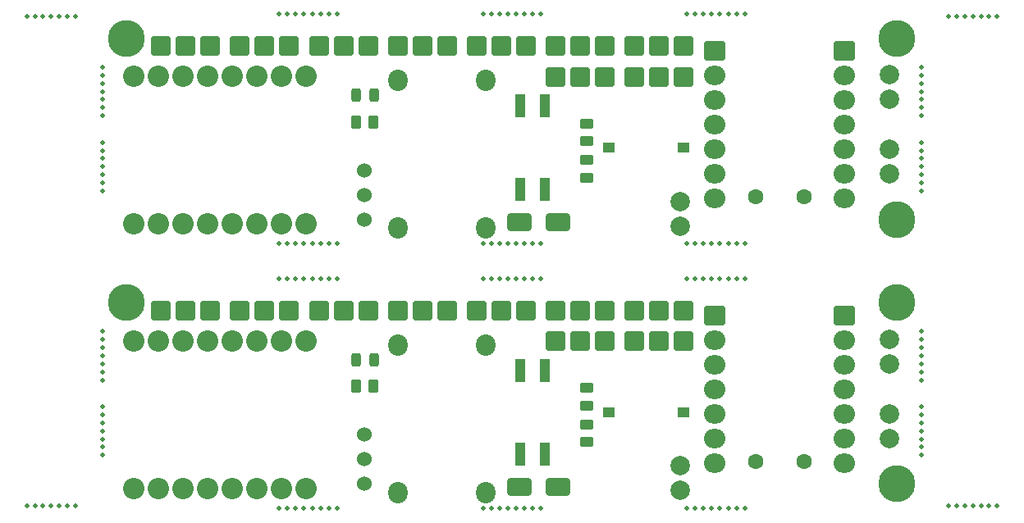
<source format=gbr>
%TF.GenerationSoftware,KiCad,Pcbnew,8.0.4*%
%TF.CreationDate,2024-09-16T11:13:23-03:00*%
%TF.ProjectId,Mini-C3-panelized,4d696e69-2d43-4332-9d70-616e656c697a,rev?*%
%TF.SameCoordinates,Original*%
%TF.FileFunction,Soldermask,Top*%
%TF.FilePolarity,Negative*%
%FSLAX46Y46*%
G04 Gerber Fmt 4.6, Leading zero omitted, Abs format (unit mm)*
G04 Created by KiCad (PCBNEW 8.0.4) date 2024-09-16 11:13:23*
%MOMM*%
%LPD*%
G01*
G04 APERTURE LIST*
G04 Aperture macros list*
%AMRoundRect*
0 Rectangle with rounded corners*
0 $1 Rounding radius*
0 $2 $3 $4 $5 $6 $7 $8 $9 X,Y pos of 4 corners*
0 Add a 4 corners polygon primitive as box body*
4,1,4,$2,$3,$4,$5,$6,$7,$8,$9,$2,$3,0*
0 Add four circle primitives for the rounded corners*
1,1,$1+$1,$2,$3*
1,1,$1+$1,$4,$5*
1,1,$1+$1,$6,$7*
1,1,$1+$1,$8,$9*
0 Add four rect primitives between the rounded corners*
20,1,$1+$1,$2,$3,$4,$5,0*
20,1,$1+$1,$4,$5,$6,$7,0*
20,1,$1+$1,$6,$7,$8,$9,0*
20,1,$1+$1,$8,$9,$2,$3,0*%
G04 Aperture macros list end*
%ADD10C,0.500000*%
%ADD11RoundRect,0.250000X0.750000X0.750000X-0.750000X0.750000X-0.750000X-0.750000X0.750000X-0.750000X0*%
%ADD12RoundRect,0.250000X0.450000X-0.262500X0.450000X0.262500X-0.450000X0.262500X-0.450000X-0.262500X0*%
%ADD13C,1.524000*%
%ADD14C,2.000000*%
%ADD15C,3.800000*%
%ADD16O,2.000000X2.200000*%
%ADD17RoundRect,0.250000X-0.450000X0.262500X-0.450000X-0.262500X0.450000X-0.262500X0.450000X0.262500X0*%
%ADD18RoundRect,0.250000X-1.000000X-0.650000X1.000000X-0.650000X1.000000X0.650000X-1.000000X0.650000X0*%
%ADD19RoundRect,0.250000X-0.850000X-0.750000X0.850000X-0.750000X0.850000X0.750000X-0.850000X0.750000X0*%
%ADD20O,2.200000X2.000000*%
%ADD21R,1.250000X1.000000*%
%ADD22R,1.120000X2.440000*%
%ADD23RoundRect,0.250000X-0.262500X-0.450000X0.262500X-0.450000X0.262500X0.450000X-0.262500X0.450000X0*%
%ADD24C,1.600000*%
%ADD25C,2.204000*%
%ADD26RoundRect,0.243750X-0.243750X-0.456250X0.243750X-0.456250X0.243750X0.456250X-0.243750X0.456250X0*%
G04 APERTURE END LIST*
D10*
%TO.C,KiKit_MB_12_2*%
X106237500Y-73500000D03*
%TD*%
%TO.C,KiKit_MB_4_3*%
X190762500Y-43700000D03*
%TD*%
%TO.C,KiKit_MB_22_4*%
X100937500Y-79600000D03*
%TD*%
%TO.C,KiKit_MB_24_7*%
X198562500Y-79600000D03*
%TD*%
%TO.C,KiKit_MB_24_4*%
X196062500Y-79600000D03*
%TD*%
%TO.C,KiKit_MB_16_2*%
X146357143Y-56100000D03*
%TD*%
%TO.C,KiKit_MB_10_1*%
X172531250Y-52500000D03*
%TD*%
D11*
%TO.C,J9*%
X117365835Y-32080000D03*
X114825835Y-32080000D03*
X112285835Y-32080000D03*
%TD*%
D10*
%TO.C,KiKit_MB_7_3*%
X168245535Y-28800000D03*
%TD*%
%TO.C,KiKit_MB_21_4*%
X100937500Y-29000000D03*
%TD*%
%TO.C,KiKit_MB_8_1*%
X130468750Y-52500000D03*
%TD*%
%TO.C,KiKit_MB_9_4*%
X148928571Y-52500000D03*
%TD*%
%TO.C,KiKit_MB_9_2*%
X150642857Y-52500000D03*
%TD*%
%TO.C,KiKit_MB_4_1*%
X190762500Y-42033333D03*
%TD*%
D11*
%TO.C,J3*%
X158082500Y-62567500D03*
X155542500Y-62567500D03*
X153002500Y-62567500D03*
%TD*%
D12*
%TO.C,R1*%
X156232500Y-41892500D03*
X156232500Y-40067500D03*
%TD*%
D13*
%TO.C,SW1*%
X133282500Y-77290000D03*
X133282500Y-74750000D03*
X133282500Y-72210000D03*
%TD*%
D14*
%TO.C,J1*%
X165857500Y-75410000D03*
X165857500Y-77950000D03*
%TD*%
D10*
%TO.C,KiKit_MB_9_7*%
X146357143Y-52500000D03*
%TD*%
%TO.C,KiKit_MB_7_4*%
X169102678Y-28800000D03*
%TD*%
%TO.C,KiKit_MB_17_6*%
X170816964Y-56100000D03*
%TD*%
%TO.C,KiKit_MB_3_2*%
X190762500Y-35100000D03*
%TD*%
%TO.C,KiKit_MB_16_8*%
X151500000Y-56100000D03*
%TD*%
%TO.C,KiKit_MB_2_5*%
X106237500Y-43700000D03*
%TD*%
%TO.C,KiKit_MB_9_8*%
X145500000Y-52500000D03*
%TD*%
%TO.C,KiKit_MB_10_2*%
X171674107Y-52500000D03*
%TD*%
%TO.C,KiKit_MB_17_3*%
X168245535Y-56100000D03*
%TD*%
%TO.C,KiKit_MB_17_1*%
X166531250Y-56100000D03*
%TD*%
%TO.C,KiKit_MB_14_3*%
X190762500Y-71000000D03*
%TD*%
D11*
%TO.C,J7*%
X133652501Y-59380000D03*
X131112501Y-59380000D03*
X128572501Y-59380000D03*
%TD*%
D10*
%TO.C,KiKit_MB_14_1*%
X190762500Y-69333333D03*
%TD*%
%TO.C,KiKit_MB_13_7*%
X190762500Y-66566666D03*
%TD*%
D15*
%TO.C,H3*%
X108732500Y-58580000D03*
%TD*%
D10*
%TO.C,KiKit_MB_6_7*%
X150642857Y-28800000D03*
%TD*%
%TO.C,KiKit_MB_24_2*%
X194395833Y-79600000D03*
%TD*%
%TO.C,KiKit_MB_22_3*%
X100104167Y-79600000D03*
%TD*%
%TO.C,KiKit_MB_15_4*%
X127040179Y-56100000D03*
%TD*%
%TO.C,KiKit_MB_24_3*%
X195229166Y-79600000D03*
%TD*%
%TO.C,KiKit_MB_1_7*%
X106237500Y-34266667D03*
%TD*%
D16*
%TO.C,U3*%
X136692500Y-50880000D03*
X145832500Y-50880000D03*
X145832500Y-35640000D03*
X136692500Y-35640000D03*
%TD*%
D10*
%TO.C,KiKit_MB_15_2*%
X125325893Y-56100000D03*
%TD*%
%TO.C,KiKit_MB_16_3*%
X147214286Y-56100000D03*
%TD*%
%TO.C,KiKit_MB_6_5*%
X148928571Y-28800000D03*
%TD*%
%TO.C,KiKit_MB_18_8*%
X124468750Y-79800000D03*
%TD*%
%TO.C,KiKit_MB_19_7*%
X146357143Y-79800000D03*
%TD*%
D15*
%TO.C,H1*%
X188232500Y-31280000D03*
%TD*%
D17*
%TO.C,R2*%
X156232500Y-71167500D03*
X156232500Y-72992500D03*
%TD*%
D18*
%TO.C,D1*%
X149232500Y-50280000D03*
X153232500Y-50280000D03*
%TD*%
D10*
%TO.C,KiKit_MB_6_2*%
X146357143Y-28800000D03*
%TD*%
D18*
%TO.C,D1*%
X149232500Y-77580000D03*
X153232500Y-77580000D03*
%TD*%
D10*
%TO.C,KiKit_MB_1_5*%
X106237500Y-35933334D03*
%TD*%
%TO.C,KiKit_MB_23_2*%
X194395833Y-29000000D03*
%TD*%
%TO.C,KiKit_MB_1_2*%
X106237500Y-38433334D03*
%TD*%
%TO.C,KiKit_MB_4_4*%
X190762500Y-44533333D03*
%TD*%
%TO.C,KiKit_MB_11_3*%
X106237500Y-64900000D03*
%TD*%
%TO.C,KiKit_MB_16_1*%
X145500000Y-56100000D03*
%TD*%
%TO.C,KiKit_MB_5_4*%
X127040179Y-28800000D03*
%TD*%
%TO.C,KiKit_MB_17_4*%
X169102678Y-56100000D03*
%TD*%
%TO.C,KiKit_MB_13_6*%
X190762500Y-65733333D03*
%TD*%
D11*
%TO.C,J11*%
X166225835Y-62567500D03*
X163685835Y-62567500D03*
X161145835Y-62567500D03*
%TD*%
D10*
%TO.C,KiKit_MB_1_4*%
X106237500Y-36766667D03*
%TD*%
%TO.C,KiKit_MB_17_5*%
X169959821Y-56100000D03*
%TD*%
%TO.C,KiKit_MB_11_7*%
X106237500Y-61566666D03*
%TD*%
D19*
%TO.C,U1*%
X169382500Y-59890000D03*
D20*
X169382500Y-75130000D03*
D19*
X182782500Y-59890000D03*
D20*
X169382500Y-62430000D03*
X169382500Y-64970000D03*
X169382500Y-67510000D03*
X169382500Y-70050000D03*
X169382500Y-72590000D03*
X182782500Y-62430000D03*
X182782500Y-64970000D03*
X182782500Y-67510000D03*
X182782500Y-75130000D03*
X182782500Y-70050000D03*
X182782500Y-72590000D03*
%TD*%
D21*
%TO.C,SW2*%
X166207500Y-69880000D03*
X158457500Y-69880000D03*
%TD*%
D10*
%TO.C,KiKit_MB_20_8*%
X166531250Y-79800000D03*
%TD*%
%TO.C,KiKit_MB_20_4*%
X169959821Y-79800000D03*
%TD*%
%TO.C,KiKit_MB_7_7*%
X171674107Y-28800000D03*
%TD*%
%TO.C,KiKit_MB_11_2*%
X106237500Y-65733333D03*
%TD*%
%TO.C,KiKit_MB_20_6*%
X168245535Y-79800000D03*
%TD*%
D11*
%TO.C,J7*%
X133652501Y-32080000D03*
X131112501Y-32080000D03*
X128572501Y-32080000D03*
%TD*%
D10*
%TO.C,KiKit_MB_9_1*%
X151500000Y-52500000D03*
%TD*%
D11*
%TO.C,J2*%
X158082500Y-59380000D03*
X155542500Y-59380000D03*
X153002500Y-59380000D03*
%TD*%
D10*
%TO.C,KiKit_MB_19_3*%
X149785714Y-79800000D03*
%TD*%
D14*
%TO.C,J4*%
X187482500Y-42765000D03*
X187482500Y-45305000D03*
%TD*%
D10*
%TO.C,KiKit_MB_9_6*%
X147214286Y-52500000D03*
%TD*%
%TO.C,KiKit_MB_12_6*%
X106237500Y-70166666D03*
%TD*%
D14*
%TO.C,J5*%
X187482500Y-35065000D03*
X187482500Y-37605000D03*
%TD*%
D11*
%TO.C,J6*%
X141795834Y-59380000D03*
X139255834Y-59380000D03*
X136715834Y-59380000D03*
%TD*%
D17*
%TO.C,R2*%
X156232500Y-43867500D03*
X156232500Y-45692500D03*
%TD*%
D10*
%TO.C,KiKit_MB_1_3*%
X106237500Y-37600000D03*
%TD*%
%TO.C,KiKit_MB_19_1*%
X151500000Y-79800000D03*
%TD*%
%TO.C,KiKit_MB_21_5*%
X101770834Y-29000000D03*
%TD*%
%TO.C,KiKit_MB_5_5*%
X127897322Y-28800000D03*
%TD*%
%TO.C,KiKit_MB_5_6*%
X128754465Y-28800000D03*
%TD*%
%TO.C,KiKit_MB_6_6*%
X149785714Y-28800000D03*
%TD*%
%TO.C,KiKit_MB_23_1*%
X193562500Y-29000000D03*
%TD*%
D22*
%TO.C,SW3*%
X151902500Y-65575000D03*
X149362500Y-65575000D03*
X149362500Y-74185000D03*
X151902500Y-74185000D03*
%TD*%
D10*
%TO.C,KiKit_MB_11_4*%
X106237500Y-64066666D03*
%TD*%
D11*
%TO.C,J12*%
X166225835Y-32080000D03*
X163685835Y-32080000D03*
X161145835Y-32080000D03*
%TD*%
D23*
%TO.C,R13*%
X132399380Y-67230000D03*
X134224380Y-67230000D03*
%TD*%
D10*
%TO.C,KiKit_MB_13_3*%
X190762500Y-63233333D03*
%TD*%
%TO.C,KiKit_MB_24_5*%
X196895833Y-79600000D03*
%TD*%
%TO.C,KiKit_MB_13_2*%
X190762500Y-62400000D03*
%TD*%
%TO.C,KiKit_MB_3_3*%
X190762500Y-35933334D03*
%TD*%
%TO.C,KiKit_MB_3_1*%
X190762500Y-34266667D03*
%TD*%
%TO.C,KiKit_MB_6_1*%
X145500000Y-28800000D03*
%TD*%
%TO.C,KiKit_MB_24_1*%
X193562500Y-79600000D03*
%TD*%
D16*
%TO.C,U3*%
X136692500Y-78180000D03*
X145832500Y-78180000D03*
X145832500Y-62940000D03*
X136692500Y-62940000D03*
%TD*%
D10*
%TO.C,KiKit_MB_4_6*%
X190762500Y-46200000D03*
%TD*%
%TO.C,KiKit_MB_2_1*%
X106237500Y-47033333D03*
%TD*%
%TO.C,KiKit_MB_22_7*%
X103437500Y-79600000D03*
%TD*%
%TO.C,KiKit_MB_3_6*%
X190762500Y-38433334D03*
%TD*%
D24*
%TO.C,C1*%
X178632500Y-74980000D03*
X173632500Y-74980000D03*
%TD*%
D25*
%TO.C,U2*%
X127242500Y-62530000D03*
X124702500Y-62530000D03*
X122162500Y-62530000D03*
X119622500Y-62530000D03*
X114542500Y-62530000D03*
X117082500Y-62530000D03*
X109462500Y-77770000D03*
X109462500Y-62530000D03*
X112002500Y-77770000D03*
X114542500Y-77770000D03*
X117082500Y-77770000D03*
X119622500Y-77770000D03*
X122162500Y-77770000D03*
X124702500Y-77770000D03*
X127242500Y-77770000D03*
X112002500Y-62530000D03*
%TD*%
D15*
%TO.C,H2*%
X188232500Y-77280000D03*
%TD*%
D10*
%TO.C,KiKit_MB_10_4*%
X169959821Y-52500000D03*
%TD*%
D24*
%TO.C,C1*%
X178632500Y-47680000D03*
X173632500Y-47680000D03*
%TD*%
D21*
%TO.C,SW2*%
X166207500Y-42580000D03*
X158457500Y-42580000D03*
%TD*%
D10*
%TO.C,KiKit_MB_18_3*%
X128754465Y-79800000D03*
%TD*%
%TO.C,KiKit_MB_9_3*%
X149785714Y-52500000D03*
%TD*%
%TO.C,KiKit_MB_1_6*%
X106237500Y-35100000D03*
%TD*%
%TO.C,KiKit_MB_18_7*%
X125325893Y-79800000D03*
%TD*%
D22*
%TO.C,SW3*%
X151902500Y-38275000D03*
X149362500Y-38275000D03*
X149362500Y-46885000D03*
X151902500Y-46885000D03*
%TD*%
D10*
%TO.C,KiKit_MB_22_6*%
X102604167Y-79600000D03*
%TD*%
%TO.C,KiKit_MB_10_6*%
X168245535Y-52500000D03*
%TD*%
%TO.C,KiKit_MB_10_3*%
X170816964Y-52500000D03*
%TD*%
%TO.C,KiKit_MB_18_1*%
X130468750Y-79800000D03*
%TD*%
%TO.C,KiKit_MB_15_1*%
X124468750Y-56100000D03*
%TD*%
%TO.C,KiKit_MB_19_2*%
X150642857Y-79800000D03*
%TD*%
%TO.C,KiKit_MB_8_8*%
X124468750Y-52500000D03*
%TD*%
%TO.C,KiKit_MB_11_6*%
X106237500Y-62400000D03*
%TD*%
%TO.C,KiKit_MB_9_5*%
X148071429Y-52500000D03*
%TD*%
%TO.C,KiKit_MB_14_5*%
X190762500Y-72666666D03*
%TD*%
D15*
%TO.C,H3*%
X108732500Y-31280000D03*
%TD*%
D10*
%TO.C,KiKit_MB_20_1*%
X172531250Y-79800000D03*
%TD*%
%TO.C,KiKit_MB_18_6*%
X126183036Y-79800000D03*
%TD*%
%TO.C,KiKit_MB_18_5*%
X127040179Y-79800000D03*
%TD*%
%TO.C,KiKit_MB_8_3*%
X128754465Y-52500000D03*
%TD*%
%TO.C,KiKit_MB_19_6*%
X147214286Y-79800000D03*
%TD*%
%TO.C,KiKit_MB_15_6*%
X128754465Y-56100000D03*
%TD*%
%TO.C,KiKit_MB_14_2*%
X190762500Y-70166666D03*
%TD*%
%TO.C,KiKit_MB_23_6*%
X197729166Y-29000000D03*
%TD*%
%TO.C,KiKit_MB_16_6*%
X149785714Y-56100000D03*
%TD*%
%TO.C,KiKit_MB_17_2*%
X167388392Y-56100000D03*
%TD*%
%TO.C,KiKit_MB_23_3*%
X195229166Y-29000000D03*
%TD*%
%TO.C,KiKit_MB_19_5*%
X148071429Y-79800000D03*
%TD*%
%TO.C,KiKit_MB_11_5*%
X106237500Y-63233333D03*
%TD*%
%TO.C,KiKit_MB_16_7*%
X150642857Y-56100000D03*
%TD*%
%TO.C,KiKit_MB_7_6*%
X170816964Y-28800000D03*
%TD*%
%TO.C,KiKit_MB_18_2*%
X129611608Y-79800000D03*
%TD*%
%TO.C,KiKit_MB_19_4*%
X148928571Y-79800000D03*
%TD*%
%TO.C,KiKit_MB_11_1*%
X106237500Y-66566666D03*
%TD*%
D13*
%TO.C,SW1*%
X133282500Y-49990000D03*
X133282500Y-47450000D03*
X133282500Y-44910000D03*
%TD*%
D10*
%TO.C,KiKit_MB_3_5*%
X190762500Y-37600001D03*
%TD*%
%TO.C,KiKit_MB_15_5*%
X127897322Y-56100000D03*
%TD*%
%TO.C,KiKit_MB_12_1*%
X106237500Y-74333333D03*
%TD*%
%TO.C,KiKit_MB_23_7*%
X198562500Y-29000000D03*
%TD*%
%TO.C,KiKit_MB_18_4*%
X127897322Y-79800000D03*
%TD*%
%TO.C,KiKit_MB_4_2*%
X190762500Y-42866666D03*
%TD*%
%TO.C,KiKit_MB_4_5*%
X190762500Y-45366666D03*
%TD*%
%TO.C,KiKit_MB_24_6*%
X197729166Y-79600000D03*
%TD*%
%TO.C,KiKit_MB_19_8*%
X145500000Y-79800000D03*
%TD*%
%TO.C,KiKit_MB_20_2*%
X171674107Y-79800000D03*
%TD*%
%TO.C,KiKit_MB_2_6*%
X106237500Y-42866666D03*
%TD*%
%TO.C,KiKit_MB_21_1*%
X98437500Y-29000000D03*
%TD*%
%TO.C,KiKit_MB_2_4*%
X106237500Y-44533333D03*
%TD*%
D12*
%TO.C,R1*%
X156232500Y-69192500D03*
X156232500Y-67367500D03*
%TD*%
D10*
%TO.C,KiKit_MB_5_3*%
X126183036Y-28800000D03*
%TD*%
%TO.C,KiKit_MB_13_4*%
X190762500Y-64066666D03*
%TD*%
%TO.C,KiKit_MB_22_2*%
X99270834Y-79600000D03*
%TD*%
%TO.C,KiKit_MB_8_7*%
X125325893Y-52500000D03*
%TD*%
%TO.C,KiKit_MB_12_3*%
X106237500Y-72666666D03*
%TD*%
%TO.C,KiKit_MB_3_4*%
X190762500Y-36766667D03*
%TD*%
%TO.C,KiKit_MB_7_5*%
X169959821Y-28800000D03*
%TD*%
%TO.C,KiKit_MB_12_5*%
X106237500Y-71000000D03*
%TD*%
D26*
%TO.C,D2*%
X132394380Y-37165940D03*
X134269380Y-37165940D03*
%TD*%
D10*
%TO.C,KiKit_MB_21_7*%
X103437500Y-29000000D03*
%TD*%
%TO.C,KiKit_MB_10_7*%
X167388392Y-52500000D03*
%TD*%
%TO.C,KiKit_MB_8_4*%
X127897322Y-52500000D03*
%TD*%
D11*
%TO.C,J8*%
X125509168Y-59380000D03*
X122969168Y-59380000D03*
X120429168Y-59380000D03*
%TD*%
D10*
%TO.C,KiKit_MB_5_2*%
X125325893Y-28800000D03*
%TD*%
%TO.C,KiKit_MB_8_6*%
X126183036Y-52500000D03*
%TD*%
%TO.C,KiKit_MB_12_4*%
X106237500Y-71833333D03*
%TD*%
%TO.C,KiKit_MB_16_4*%
X148071429Y-56100000D03*
%TD*%
D25*
%TO.C,U2*%
X127242500Y-35230000D03*
X124702500Y-35230000D03*
X122162500Y-35230000D03*
X119622500Y-35230000D03*
X114542500Y-35230000D03*
X117082500Y-35230000D03*
X109462500Y-50470000D03*
X109462500Y-35230000D03*
X112002500Y-50470000D03*
X114542500Y-50470000D03*
X117082500Y-50470000D03*
X119622500Y-50470000D03*
X122162500Y-50470000D03*
X124702500Y-50470000D03*
X127242500Y-50470000D03*
X112002500Y-35230000D03*
%TD*%
D10*
%TO.C,KiKit_MB_13_1*%
X190762500Y-61566666D03*
%TD*%
%TO.C,KiKit_MB_14_6*%
X190762500Y-73500000D03*
%TD*%
%TO.C,KiKit_MB_7_8*%
X172531250Y-28800000D03*
%TD*%
%TO.C,KiKit_MB_14_7*%
X190762500Y-74333333D03*
%TD*%
%TO.C,KiKit_MB_23_5*%
X196895833Y-29000000D03*
%TD*%
%TO.C,KiKit_MB_15_8*%
X130468750Y-56100000D03*
%TD*%
D11*
%TO.C,J10*%
X149939167Y-59380000D03*
X147399167Y-59380000D03*
X144859167Y-59380000D03*
%TD*%
D10*
%TO.C,KiKit_MB_2_7*%
X106237500Y-42033333D03*
%TD*%
D15*
%TO.C,H2*%
X188232500Y-49980000D03*
%TD*%
D10*
%TO.C,KiKit_MB_7_1*%
X166531250Y-28800000D03*
%TD*%
D15*
%TO.C,H1*%
X188232500Y-58580000D03*
%TD*%
D11*
%TO.C,J2*%
X158082500Y-32080000D03*
X155542500Y-32080000D03*
X153002500Y-32080000D03*
%TD*%
D10*
%TO.C,KiKit_MB_17_7*%
X171674107Y-56100000D03*
%TD*%
D23*
%TO.C,R13*%
X132399380Y-39930000D03*
X134224380Y-39930000D03*
%TD*%
D10*
%TO.C,KiKit_MB_5_8*%
X130468750Y-28800000D03*
%TD*%
%TO.C,KiKit_MB_2_2*%
X106237500Y-46200000D03*
%TD*%
%TO.C,KiKit_MB_23_4*%
X196062500Y-29000000D03*
%TD*%
%TO.C,KiKit_MB_13_5*%
X190762500Y-64900000D03*
%TD*%
%TO.C,KiKit_MB_4_7*%
X190762500Y-47033333D03*
%TD*%
D14*
%TO.C,J4*%
X187482500Y-70065000D03*
X187482500Y-72605000D03*
%TD*%
D10*
%TO.C,KiKit_MB_21_6*%
X102604167Y-29000000D03*
%TD*%
%TO.C,KiKit_MB_1_1*%
X106237500Y-39266667D03*
%TD*%
%TO.C,KiKit_MB_16_5*%
X148928571Y-56100000D03*
%TD*%
%TO.C,KiKit_MB_15_7*%
X129611608Y-56100000D03*
%TD*%
D11*
%TO.C,J6*%
X141795834Y-32080000D03*
X139255834Y-32080000D03*
X136715834Y-32080000D03*
%TD*%
D10*
%TO.C,KiKit_MB_10_5*%
X169102678Y-52500000D03*
%TD*%
%TO.C,KiKit_MB_6_3*%
X147214286Y-28800000D03*
%TD*%
%TO.C,KiKit_MB_21_3*%
X100104167Y-29000000D03*
%TD*%
D14*
%TO.C,J1*%
X165857500Y-48110000D03*
X165857500Y-50650000D03*
%TD*%
D10*
%TO.C,KiKit_MB_14_4*%
X190762500Y-71833333D03*
%TD*%
D26*
%TO.C,D2*%
X132394380Y-64465940D03*
X134269380Y-64465940D03*
%TD*%
D10*
%TO.C,KiKit_MB_6_8*%
X151500000Y-28800000D03*
%TD*%
%TO.C,KiKit_MB_5_1*%
X124468750Y-28800000D03*
%TD*%
%TO.C,KiKit_MB_6_4*%
X148071429Y-28800000D03*
%TD*%
%TO.C,KiKit_MB_15_3*%
X126183036Y-56100000D03*
%TD*%
%TO.C,KiKit_MB_17_8*%
X172531250Y-56100000D03*
%TD*%
D11*
%TO.C,J8*%
X125509168Y-32080000D03*
X122969168Y-32080000D03*
X120429168Y-32080000D03*
%TD*%
%TO.C,J3*%
X158082500Y-35267500D03*
X155542500Y-35267500D03*
X153002500Y-35267500D03*
%TD*%
%TO.C,J11*%
X166225835Y-35267500D03*
X163685835Y-35267500D03*
X161145835Y-35267500D03*
%TD*%
D19*
%TO.C,U1*%
X169382500Y-32590000D03*
D20*
X169382500Y-47830000D03*
D19*
X182782500Y-32590000D03*
D20*
X169382500Y-35130000D03*
X169382500Y-37670000D03*
X169382500Y-40210000D03*
X169382500Y-42750000D03*
X169382500Y-45290000D03*
X182782500Y-35130000D03*
X182782500Y-37670000D03*
X182782500Y-40210000D03*
X182782500Y-47830000D03*
X182782500Y-42750000D03*
X182782500Y-45290000D03*
%TD*%
D10*
%TO.C,KiKit_MB_22_5*%
X101770834Y-79600000D03*
%TD*%
D14*
%TO.C,J5*%
X187482500Y-62365000D03*
X187482500Y-64905000D03*
%TD*%
D11*
%TO.C,J12*%
X166225835Y-59380000D03*
X163685835Y-59380000D03*
X161145835Y-59380000D03*
%TD*%
D10*
%TO.C,KiKit_MB_7_2*%
X167388392Y-28800000D03*
%TD*%
%TO.C,KiKit_MB_8_2*%
X129611608Y-52500000D03*
%TD*%
%TO.C,KiKit_MB_20_3*%
X170816964Y-79800000D03*
%TD*%
%TO.C,KiKit_MB_8_5*%
X127040179Y-52500000D03*
%TD*%
%TO.C,KiKit_MB_10_8*%
X166531250Y-52500000D03*
%TD*%
%TO.C,KiKit_MB_5_7*%
X129611608Y-28800000D03*
%TD*%
%TO.C,KiKit_MB_20_7*%
X167388392Y-79800000D03*
%TD*%
%TO.C,KiKit_MB_2_3*%
X106237500Y-45366666D03*
%TD*%
%TO.C,KiKit_MB_21_2*%
X99270834Y-29000000D03*
%TD*%
D11*
%TO.C,J10*%
X149939167Y-32080000D03*
X147399167Y-32080000D03*
X144859167Y-32080000D03*
%TD*%
D10*
%TO.C,KiKit_MB_20_5*%
X169102678Y-79800000D03*
%TD*%
%TO.C,KiKit_MB_3_7*%
X190762500Y-39266667D03*
%TD*%
D11*
%TO.C,J9*%
X117365835Y-59380000D03*
X114825835Y-59380000D03*
X112285835Y-59380000D03*
%TD*%
D10*
%TO.C,KiKit_MB_12_7*%
X106237500Y-69333333D03*
%TD*%
%TO.C,KiKit_MB_22_1*%
X98437500Y-79600000D03*
%TD*%
M02*

</source>
